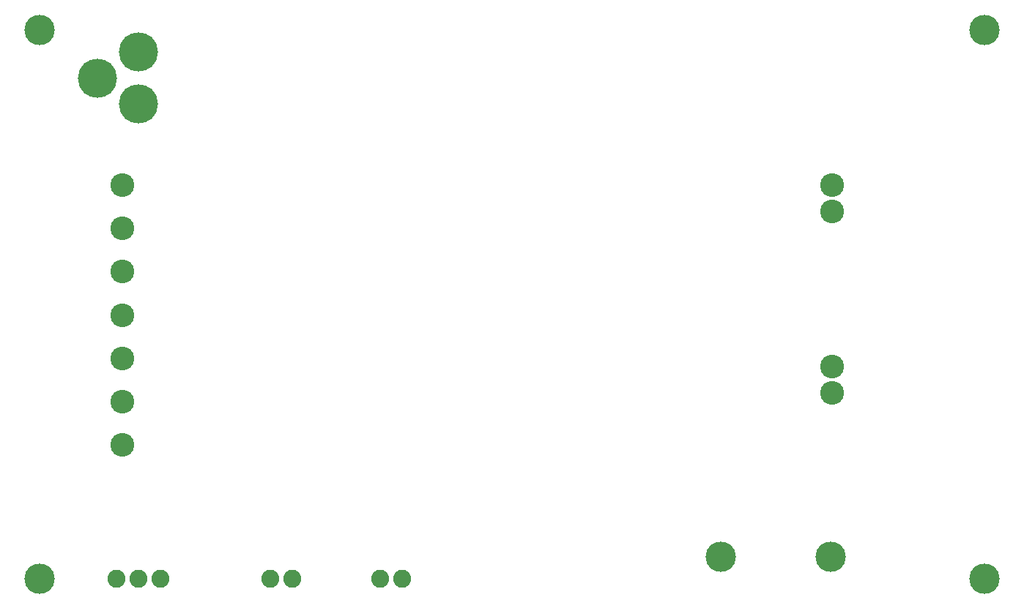
<source format=gbs>
G04 EAGLE Gerber RS-274X export*
G75*
%MOMM*%
%FSLAX34Y34*%
%LPD*%
%INSoldermask Bottom*%
%IPPOS*%
%AMOC8*
5,1,8,0,0,1.08239X$1,22.5*%
G01*
%ADD10C,2.743200*%
%ADD11C,4.521200*%
%ADD12C,2.082800*%
%ADD13C,3.505200*%


D10*
X941500Y480200D03*
X121500Y480200D03*
X121500Y430200D03*
X121500Y380200D03*
X121500Y330200D03*
X121500Y280200D03*
X121500Y230200D03*
X121500Y180200D03*
X941500Y450200D03*
X941500Y270200D03*
X941500Y240200D03*
D11*
X139700Y574200D03*
X139700Y634200D03*
X92700Y604200D03*
D12*
X114300Y25400D03*
X139700Y25400D03*
X165100Y25400D03*
D13*
X939800Y50800D03*
X812800Y50800D03*
D12*
X292100Y25400D03*
X317500Y25400D03*
X419100Y25400D03*
X444500Y25400D03*
D13*
X25400Y660400D03*
X25400Y25400D03*
X1117600Y25400D03*
X1117600Y660400D03*
M02*

</source>
